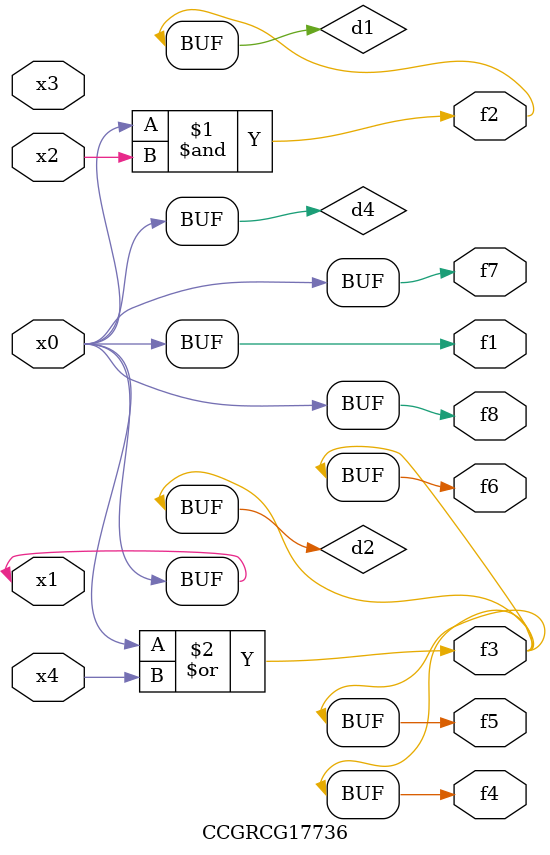
<source format=v>
module CCGRCG17736(
	input x0, x1, x2, x3, x4,
	output f1, f2, f3, f4, f5, f6, f7, f8
);

	wire d1, d2, d3, d4;

	and (d1, x0, x2);
	or (d2, x0, x4);
	nand (d3, x0, x2);
	buf (d4, x0, x1);
	assign f1 = d4;
	assign f2 = d1;
	assign f3 = d2;
	assign f4 = d2;
	assign f5 = d2;
	assign f6 = d2;
	assign f7 = d4;
	assign f8 = d4;
endmodule

</source>
